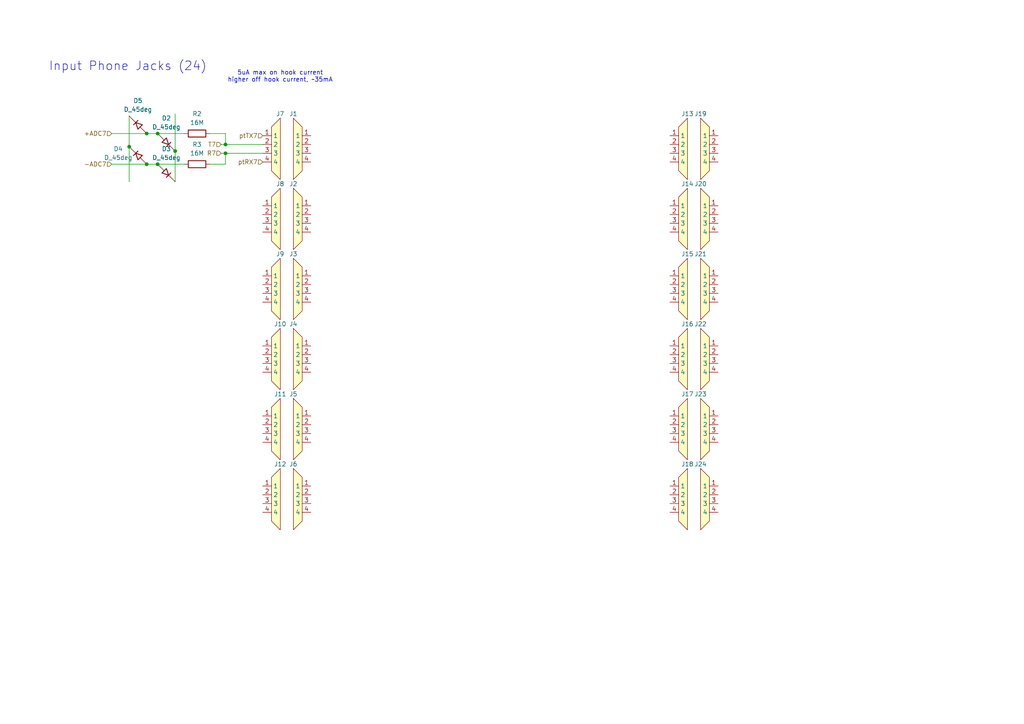
<source format=kicad_sch>
(kicad_sch (version 20250114) (generator "eeschema") (generator_version "9.0")
  (paper "A4")
  (title_block (title "Telethon PBX Sniffer") (date "2026-02-03") (rev "v0.1") (company "M5") (comment 4 "Tobe Cynar"))
  (lib_symbols
    (symbol "Device:D_45deg" (pin_numbers (hide yes)) (pin_names (offset 0) (hide yes))
      (property "Reference" "D" (at 1.27 2.54 0))
      (property "Value" "D_45deg" (at 1.27 0 0))
      (symbol "D_45deg_0_1"
        (polyline (pts (xy -1.27 0) (xy 0 1.27) (xy 0.635 -0.635) (xy -1.27 0)) (stroke (width 0.254)))
        (polyline (pts (xy -0.635 0.635) (xy -2.54 2.54)))
        (polyline (pts (xy 0 -1.27) (xy 1.27 0)) (stroke (width 0.254)))
        (polyline (pts (xy 2.54 -2.54) (xy 0.635 -0.635)))
      )
      (symbol "D_45deg_1_1"
        (pin passive line (at -2.54 2.54 0) (length 0) (name "A") (number "2"))
        (pin passive line (at 2.54 -2.54 180) (length 0) (name "K") (number "1"))
      )
    )
    (symbol "Device:R" (pin_numbers (hide yes)) (pin_names (offset 0))
      (property "Reference" "R" (at 2.032 0 90))
      (property "Value" "R" (at 0 0 90))
      (symbol "R_0_1"
        (rectangle (start -1.016 -2.54) (end 1.016 2.54) (stroke (width 0.254)))
      )
      (symbol "R_1_1"
        (pin passive line (at 0 3.81 270) (length 1.27) (name "~") (number "1"))
        (pin passive line (at 0 -3.81 90) (length 1.27) (name "~") (number "2"))
      )
    )
    (symbol "Phones:Jack 6P4C RJ11"
      (property "Reference" "J" (at 2.54 0 0))
      (symbol "Jack 6P4C RJ11_1_1"
        (polyline (pts (xy 0 0) (xy 2.54 -2.54) (xy 2.54 -5.08) (xy 2.54 -7.62) (xy 2.54 -10.16) (xy 2.54 -15.24) (xy 0 -17.78) (xy 0 0)) (fill (type color) (color 255 255 194 1)))
        (pin passive line (at 5.08 -5.08 180) (length 2.54) (name "1") (number "1"))
        (pin passive line (at 5.08 -7.62 180) (length 2.54) (name "2") (number "2"))
        (pin passive line (at 5.08 -10.16 180) (length 2.54) (name "3") (number "3"))
        (pin passive line (at 5.08 -12.7 180) (length 2.54) (name "4") (number "4"))
      )
    )
  )
  (text "Input Phone Jacks (24)" (at 37.084 19.304 0) (effects (font (size 2.54 2.54))))
  (text "5uA max on hook current\nhigher off hook current, ~35mA" (at 81.28 22.225 0) (effects (font (size 1.27 1.27))))
  (junction (at 42.545 38.735))
  (junction (at 42.545 47.625))
  (junction (at 65.405 41.91))
  (junction (at 37.465 42.545))
  (junction (at 50.8 43.815))
  (junction (at 65.405 44.45))
  (junction (at 45.72 47.625))
  (junction (at 45.72 38.735))
  (wire (pts (xy 37.465 33.655) (xy 37.465 42.545)))
  (wire (pts (xy 65.405 47.625) (xy 60.96 47.625)))
  (wire (pts (xy 42.545 38.735) (xy 45.72 38.735)))
  (wire (pts (xy 45.72 38.735) (xy 53.34 38.735)))
  (wire (pts (xy 65.405 44.45) (xy 65.405 47.625)))
  (wire (pts (xy 76.2 44.45) (xy 65.405 44.45)))
  (wire (pts (xy 37.465 42.545) (xy 37.465 52.705)))
  (wire (pts (xy 45.72 47.625) (xy 53.34 47.625)))
  (wire (pts (xy 50.8 33.02) (xy 50.8 43.815)))
  (wire (pts (xy 64.135 41.91) (xy 65.405 41.91)))
  (wire (pts (xy 60.96 38.735) (xy 65.405 38.735)))
  (wire (pts (xy 32.385 47.625) (xy 42.545 47.625)))
  (wire (pts (xy 32.385 38.735) (xy 42.545 38.735)))
  (wire (pts (xy 42.545 47.625) (xy 45.72 47.625)))
  (wire (pts (xy 64.135 44.45) (xy 65.405 44.45)))
  (wire (pts (xy 65.405 41.91) (xy 76.2 41.91)))
  (wire (pts (xy 65.405 38.735) (xy 65.405 41.91)))
  (wire (pts (xy 50.8 43.815) (xy 50.8 52.705)))
  (hierarchical_label "-ADC7" (shape input) (at 32.385 47.625 180))
  (hierarchical_label "ptRX7" (shape input) (at 76.2 46.99 180))
  (hierarchical_label "ptTX7" (shape input) (at 76.2 39.37 180))
  (hierarchical_label "T7" (shape input) (at 64.135 41.91 180))
  (hierarchical_label "+ADC7" (shape input) (at 32.385 38.735 180))
  (hierarchical_label "R7" (shape input) (at 64.135 44.45 180))
  (symbol (lib_id "Phones:Jack 6P4C RJ11") (at 203.2 54.61 0) (unit 1)
    (property "Reference" "J20" (at 203.2 53.34 0))
    (property "Footprint" "Phones:Molex 0955016649" (effects (hide yes)))
    (property "DKPN" "WM5574-ND" (effects (hide yes)))
  )
  (symbol (lib_id "Phones:Jack 6P4C RJ11") (at 81.28 54.61 0) (mirror y) (unit 1)
    (property "Reference" "J8" (at 81.28 53.34 0))
    (property "Footprint" "Phones:Molex 0955016649" (effects (hide yes)))
    (property "DKPN" "WM5574-ND" (effects (hide yes)))
  )
  (symbol (lib_id "Phones:Jack 6P4C RJ11") (at 85.09 54.61 0) (unit 1)
    (property "Reference" "J2" (at 85.09 53.34 0))
    (property "Footprint" "Phones:Molex 0955016649" (effects (hide yes)))
    (property "DKPN" "WM5574-ND" (effects (hide yes)))
  )
  (symbol (lib_id "Phones:Jack 6P4C RJ11") (at 81.28 95.25 0) (mirror y) (unit 1)
    (property "Reference" "J10" (at 81.28 93.98 0))
    (property "Footprint" "Phones:Molex 0955016649" (effects (hide yes)))
    (property "DKPN" "WM5574-ND" (effects (hide yes)))
  )
  (symbol (lib_id "Phones:Jack 6P4C RJ11") (at 203.2 115.57 0) (unit 1)
    (property "Reference" "J23" (at 203.2 114.3 0))
    (property "Footprint" "Phones:Molex 0955016649" (effects (hide yes)))
    (property "DKPN" "WM5574-ND" (effects (hide yes)))
  )
  (symbol (lib_id "Phones:Jack 6P4C RJ11") (at 85.09 74.93 0) (unit 1)
    (property "Reference" "J3" (at 85.09 73.66 0))
    (property "Footprint" "Phones:Molex 0955016649" (effects (hide yes)))
    (property "DKPN" "WM5574-ND" (effects (hide yes)))
  )
  (symbol (lib_id "Device:D_45deg") (at 48.26 50.165 0) (unit 1)
    (property "Reference" "D3" (at 48.26 43.18 0))
    (property "Value" "D_45deg" (at 48.26 45.72 0))
    (property "Description" "Diode, rotated by 45°" (effects (hide yes)))
    (property "Sim.Device" "D" (effects (hide yes)))
    (property "Sim.Pins" "1=K 2=A" (effects (hide yes)))
  )
  (symbol (lib_id "Device:D_45deg") (at 40.005 45.085 180) (unit 1)
    (property "Reference" "D4" (at 34.29 43.18 0))
    (property "Value" "D_45deg" (at 34.29 45.72 0))
    (property "Description" "Diode, rotated by 45°" (effects (hide yes)))
    (property "Sim.Device" "D" (effects (hide yes)))
    (property "Sim.Pins" "1=K 2=A" (effects (hide yes)))
  )
  (symbol (lib_id "Phones:Jack 6P4C RJ11") (at 81.28 135.89 0) (mirror y) (unit 1)
    (property "Reference" "J12" (at 81.28 134.62 0))
    (property "Footprint" "Phones:Molex 0955016649" (effects (hide yes)))
    (property "DKPN" "WM5574-ND" (effects (hide yes)))
  )
  (symbol (lib_id "Phones:Jack 6P4C RJ11") (at 203.2 95.25 0) (unit 1)
    (property "Reference" "J22" (at 203.2 93.98 0))
    (property "Footprint" "Phones:Molex 0955016649" (effects (hide yes)))
    (property "DKPN" "WM5574-ND" (effects (hide yes)))
  )
  (symbol (lib_id "Phones:Jack 6P4C RJ11") (at 203.2 34.29 0) (unit 1)
    (property "Reference" "J19" (at 203.2 33.02 0))
    (property "Footprint" "Phones:Molex 0955016649" (effects (hide yes)))
    (property "DKPN" "WM5574-ND" (effects (hide yes)))
  )
  (symbol (lib_id "Phones:Jack 6P4C RJ11") (at 85.09 115.57 0) (unit 1)
    (property "Reference" "J5" (at 85.09 114.3 0))
    (property "Footprint" "Phones:Molex 0955016649" (effects (hide yes)))
    (property "DKPN" "WM5574-ND" (effects (hide yes)))
  )
  (symbol (lib_id "Device:R") (at 57.15 38.735 90) (unit 1)
    (property "Reference" "R2" (at 57.15 33.02 90))
    (property "Value" "16M" (at 57.15 35.56 90))
    (property "Description" "Resistor" (effects (hide yes)))
  )
  (symbol (lib_id "Device:D_45deg") (at 48.26 41.275 0) (unit 1)
    (property "Reference" "D2" (at 48.26 34.29 0))
    (property "Value" "D_45deg" (at 48.26 36.83 0))
    (property "Description" "Diode, rotated by 45°" (effects (hide yes)))
    (property "Sim.Device" "D" (effects (hide yes)))
    (property "Sim.Pins" "1=K 2=A" (effects (hide yes)))
  )
  (symbol (lib_id "Phones:Jack 6P4C RJ11") (at 81.28 115.57 0) (mirror y) (unit 1)
    (property "Reference" "J11" (at 81.28 114.3 0))
    (property "Footprint" "Phones:Molex 0955016649" (effects (hide yes)))
    (property "DKPN" "WM5574-ND" (effects (hide yes)))
  )
  (symbol (lib_id "Phones:Jack 6P4C RJ11") (at 199.39 135.89 0) (mirror y) (unit 1)
    (property "Reference" "J18" (at 199.39 134.62 0))
    (property "Footprint" "Phones:Molex 0955016649" (effects (hide yes)))
    (property "DKPN" "WM5574-ND" (effects (hide yes)))
  )
  (symbol (lib_id "Phones:Jack 6P4C RJ11") (at 81.28 74.93 0) (mirror y) (unit 1)
    (property "Reference" "J9" (at 81.28 73.66 0))
    (property "Footprint" "Phones:Molex 0955016649" (effects (hide yes)))
    (property "DKPN" "WM5574-ND" (effects (hide yes)))
  )
  (symbol (lib_id "Phones:Jack 6P4C RJ11") (at 199.39 34.29 0) (mirror y) (unit 1)
    (property "Reference" "J13" (at 199.39 33.02 0))
    (property "Footprint" "Phones:Molex 0955016649" (effects (hide yes)))
    (property "DKPN" "WM5574-ND" (effects (hide yes)))
  )
  (symbol (lib_id "Phones:Jack 6P4C RJ11") (at 199.39 115.57 0) (mirror y) (unit 1)
    (property "Reference" "J17" (at 199.39 114.3 0))
    (property "Footprint" "Phones:Molex 0955016649" (effects (hide yes)))
    (property "DKPN" "WM5574-ND" (effects (hide yes)))
  )
  (symbol (lib_id "Device:R") (at 57.15 47.625 90) (unit 1)
    (property "Reference" "R3" (at 57.15 41.91 90))
    (property "Value" "16M" (at 57.15 44.45 90))
    (property "Description" "Resistor" (effects (hide yes)))
  )
  (symbol (lib_id "Phones:Jack 6P4C RJ11") (at 85.09 95.25 0) (unit 1)
    (property "Reference" "J4" (at 85.09 93.98 0))
    (property "Footprint" "Phones:Molex 0955016649" (effects (hide yes)))
    (property "DKPN" "WM5574-ND" (effects (hide yes)))
  )
  (symbol (lib_id "Phones:Jack 6P4C RJ11") (at 81.28 34.29 0) (mirror y) (unit 1)
    (property "Reference" "J7" (at 81.28 33.02 0))
    (property "Footprint" "Phones:Molex 0955016649" (effects (hide yes)))
    (property "DKPN" "WM5574-ND" (effects (hide yes)))
  )
  (symbol (lib_id "Phones:Jack 6P4C RJ11") (at 199.39 74.93 0) (mirror y) (unit 1)
    (property "Reference" "J15" (at 199.39 73.66 0))
    (property "Footprint" "Phones:Molex 0955016649" (effects (hide yes)))
    (property "DKPN" "WM5574-ND" (effects (hide yes)))
  )
  (symbol (lib_id "Phones:Jack 6P4C RJ11") (at 203.2 74.93 0) (unit 1)
    (property "Reference" "J21" (at 203.2 73.66 0))
    (property "Footprint" "Phones:Molex 0955016649" (effects (hide yes)))
    (property "DKPN" "WM5574-ND" (effects (hide yes)))
  )
  (symbol (lib_id "Phones:Jack 6P4C RJ11") (at 85.09 135.89 0) (unit 1)
    (property "Reference" "J6" (at 85.09 134.62 0))
    (property "Footprint" "Phones:Molex 0955016649" (effects (hide yes)))
    (property "DKPN" "WM5574-ND" (effects (hide yes)))
  )
  (symbol (lib_id "Phones:Jack 6P4C RJ11") (at 199.39 95.25 0) (mirror y) (unit 1)
    (property "Reference" "J16" (at 199.39 93.98 0))
    (property "Footprint" "Phones:Molex 0955016649" (effects (hide yes)))
    (property "DKPN" "WM5574-ND" (effects (hide yes)))
  )
  (symbol (lib_id "Phones:Jack 6P4C RJ11") (at 203.2 135.89 0) (unit 1)
    (property "Reference" "J24" (at 203.2 134.62 0))
    (property "Footprint" "Phones:Molex 0955016649" (effects (hide yes)))
    (property "DKPN" "WM5574-ND" (effects (hide yes)))
  )
  (symbol (lib_id "Phones:Jack 6P4C RJ11") (at 199.39 54.61 0) (mirror y) (unit 1)
    (property "Reference" "J14" (at 199.39 53.34 0))
    (property "Footprint" "Phones:Molex 0955016649" (effects (hide yes)))
    (property "DKPN" "WM5574-ND" (effects (hide yes)))
  )
  (symbol (lib_id "Device:D_45deg") (at 40.005 36.195 180) (unit 1)
    (property "Reference" "D5" (at 40.005 29.21 0))
    (property "Value" "D_45deg" (at 40.005 31.75 0))
    (property "Description" "Diode, rotated by 45°" (effects (hide yes)))
    (property "Sim.Device" "D" (effects (hide yes)))
    (property "Sim.Pins" "1=K 2=A" (effects (hide yes)))
  )
  (symbol (lib_id "Phones:Jack 6P4C RJ11") (at 85.09 34.29 0) (unit 1)
    (property "Reference" "J1" (at 85.09 33.02 0))
    (property "Footprint" "Phones:Molex 0955016649" (effects (hide yes)))
    (property "DKPN" "WM5574-ND" (effects (hide yes)))
  )
)
</source>
